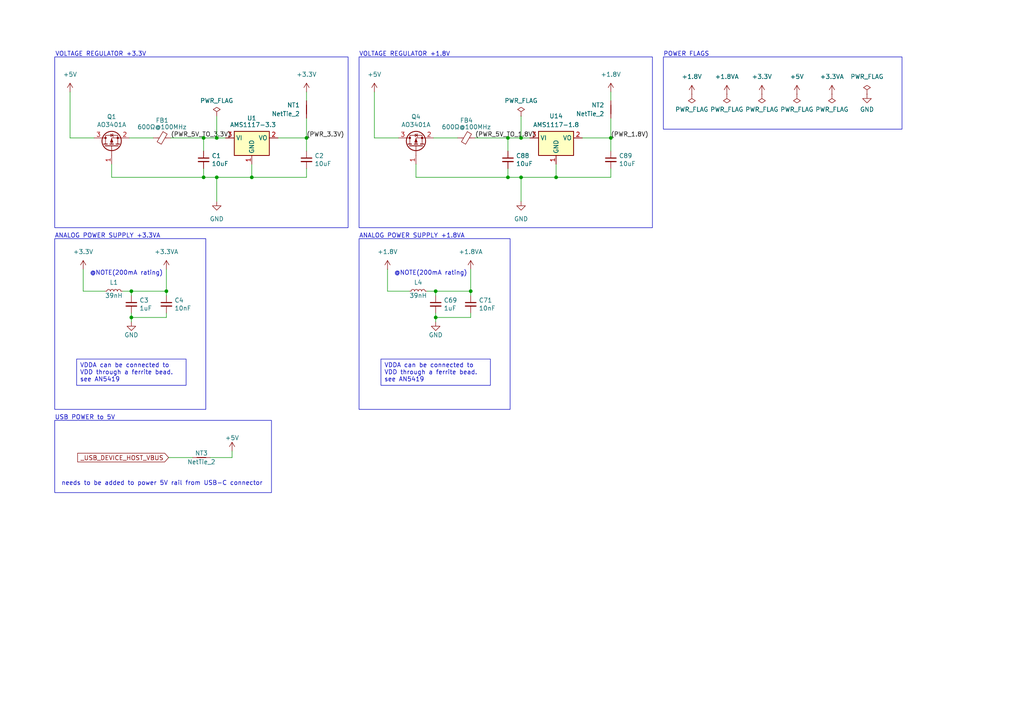
<source format=kicad_sch>
(kicad_sch (version 20231120) (generator "eeschema") (generator_version "8.0")
  (paper "A4")
  (lib_symbols
    (symbol "+3.3VA_3" (power) (pin_names (offset 0))
      (property "Value" "+3.3VA_3" (at 0 3.556 0))
      (symbol "+3.3VA_3_0_1"
        (polyline (pts (xy -0.762 1.27) (xy 0 2.54)))
        (polyline (pts (xy 0 0) (xy 0 2.54)))
        (polyline (pts (xy 0 2.54) (xy 0.762 1.27)))
      )
      (symbol "+3.3VA_3_1_1"
        (pin power_in line (at 0 0 90) (length 0) hide (name "+3.3VA") (number "1"))
      )
    )
    (symbol "+5V_1" (power) (pin_names (offset 0))
      (property "Value" "+5V_1" (at 0 3.556 0))
      (symbol "+5V_1_0_1"
        (polyline (pts (xy -0.762 1.27) (xy 0 2.54)))
        (polyline (pts (xy 0 0) (xy 0 2.54)))
        (polyline (pts (xy 0 2.54) (xy 0.762 1.27)))
      )
      (symbol "+5V_1_1_1"
        (pin power_in line (at 0 0 90) (length 0) hide (name "+5V") (number "1"))
      )
    )
    (symbol "Device:C_Small" (pin_numbers hide) (pin_names (offset 0.254) hide)
      (property "Reference" "C" (at 0.254 1.778 0))
      (property "Value" "C_Small" (at 0.254 -2.032 0))
      (symbol "C_Small_0_1"
        (polyline (pts (xy -1.524 -0.508) (xy 1.524 -0.508)) (stroke (width 0.3302)))
        (polyline (pts (xy -1.524 0.508) (xy 1.524 0.508)) (stroke (width 0.3048)))
      )
      (symbol "C_Small_1_1"
        (pin passive line (at 0 2.54 270) (length 2.032) (name "~") (number "1"))
        (pin passive line (at 0 -2.54 90) (length 2.032) (name "~") (number "2"))
      )
    )
    (symbol "Device:FerriteBead_Small" (pin_numbers hide) (pin_names (offset 0))
      (property "Reference" "FB" (at 1.905 1.27 0))
      (property "Value" "FerriteBead_Small" (at 1.905 -1.27 0))
      (symbol "FerriteBead_Small_0_1"
        (polyline (pts (xy 0 -1.27) (xy 0 -0.7874)))
        (polyline (pts (xy 0 0.889) (xy 0 1.2954)))
        (polyline (pts (xy -1.8288 0.2794) (xy -1.1176 1.4986) (xy 1.8288 -0.2032) (xy 1.1176 -1.4224) (xy -1.8288 0.2794)))
      )
      (symbol "FerriteBead_Small_1_1"
        (pin passive line (at 0 2.54 270) (length 1.27) (name "~") (number "1"))
        (pin passive line (at 0 -2.54 90) (length 1.27) (name "~") (number "2"))
      )
    )
    (symbol "Device:L_Small" (pin_numbers hide) (pin_names (offset 0.254) hide)
      (property "Reference" "L" (at 0.762 1.016 0))
      (property "Value" "L_Small" (at 0.762 -1.016 0))
      (symbol "L_Small_0_1"
        (arc (start 0 -2.032) (mid 0.5058 -1.524) (end 0 -1.016))
        (arc (start 0 -1.016) (mid 0.5058 -0.508) (end 0 0))
        (arc (start 0 0) (mid 0.5058 0.508) (end 0 1.016))
        (arc (start 0 1.016) (mid 0.5058 1.524) (end 0 2.032))
      )
      (symbol "L_Small_1_1"
        (pin passive line (at 0 2.54 270) (length 0.508) (name "~") (number "1"))
        (pin passive line (at 0 -2.54 90) (length 0.508) (name "~") (number "2"))
      )
    )
    (symbol "Device:NetTie_2" (pin_numbers hide) (pin_names (offset 0) hide) (in_bom no)
      (property "Reference" "NT" (at 0 1.27 0))
      (property "Value" "NetTie_2" (at 0 -1.27 0))
      (symbol "NetTie_2_0_1"
        (polyline (pts (xy -1.27 0) (xy 1.27 0)) (stroke (width 0.254)))
      )
      (symbol "NetTie_2_1_1"
        (pin passive line (at -2.54 0 0) (length 2.54) (name "1") (number "1"))
        (pin passive line (at 2.54 0 180) (length 2.54) (name "2") (number "2"))
      )
    )
    (symbol "Regulator_Linear:AMS1117-1.8"
      (property "Reference" "U" (at -3.81 3.175 0))
      (property "Value" "AMS1117-1.8" (at 0 3.175 0))
      (symbol "AMS1117-1.8_0_1"
        (rectangle (start -5.08 -5.08) (end 5.08 1.905) (stroke (width 0.254)) (fill (type background)))
      )
      (symbol "AMS1117-1.8_1_1"
        (pin power_in line (at 0 -7.62 90) (length 2.54) (name "GND") (number "1"))
        (pin power_out line (at 7.62 0 180) (length 2.54) (name "VO") (number "2"))
        (pin power_in line (at -7.62 0 0) (length 2.54) (name "VI") (number "3"))
      )
    )
    (symbol "Regulator_Linear:AMS1117-3.3"
      (property "Reference" "U" (at -3.81 3.175 0))
      (property "Value" "AMS1117-3.3" (at 0 3.175 0))
      (symbol "AMS1117-3.3_0_1"
        (rectangle (start -5.08 -5.08) (end 5.08 1.905) (stroke (width 0.254)) (fill (type background)))
      )
      (symbol "AMS1117-3.3_1_1"
        (pin power_in line (at 0 -7.62 90) (length 2.54) (name "GND") (number "1"))
        (pin power_out line (at 7.62 0 180) (length 2.54) (name "VO") (number "2"))
        (pin power_in line (at -7.62 0 0) (length 2.54) (name "VI") (number "3"))
      )
    )
    (symbol "Transistor_FET:AO3401A" (pin_names hide)
      (property "Reference" "Q" (at 5.08 1.905 0))
      (property "Value" "AO3401A" (at 5.08 0 0))
      (symbol "AO3401A_0_1"
        (polyline (pts (xy 0.254 0) (xy -2.54 0)))
        (polyline (pts (xy 0.254 1.905) (xy 0.254 -1.905)) (stroke (width 0.254)))
        (polyline (pts (xy 0.762 -1.27) (xy 0.762 -2.286)) (stroke (width 0.254)))
        (polyline (pts (xy 0.762 0.508) (xy 0.762 -0.508)) (stroke (width 0.254)))
        (polyline (pts (xy 0.762 2.286) (xy 0.762 1.27)) (stroke (width 0.254)))
        (polyline (pts (xy 2.54 2.54) (xy 2.54 1.778)))
        (polyline (pts (xy 2.54 -2.54) (xy 2.54 0) (xy 0.762 0)))
        (polyline (pts (xy 0.762 1.778) (xy 3.302 1.778) (xy 3.302 -1.778) (xy 0.762 -1.778)))
        (polyline (pts (xy 2.286 0) (xy 1.27 0.381) (xy 1.27 -0.381) (xy 2.286 0)) (fill (type outline)))
        (polyline (pts (xy 2.794 -0.508) (xy 2.921 -0.381) (xy 3.683 -0.381) (xy 3.81 -0.254)))
        (polyline (pts (xy 3.302 -0.381) (xy 2.921 0.254) (xy 3.683 0.254) (xy 3.302 -0.381)))
        (circle (center 1.651 0) (radius 2.794) (stroke (width 0.254)))
        (circle (center 2.54 -1.778) (radius 0.254) (fill (type outline)))
        (circle (center 2.54 1.778) (radius 0.254) (fill (type outline)))
      )
      (symbol "AO3401A_1_1"
        (pin input line (at -5.08 0 0) (length 2.54) (name "G") (number "1"))
        (pin passive line (at 2.54 -5.08 90) (length 2.54) (name "S") (number "2"))
        (pin passive line (at 2.54 5.08 270) (length 2.54) (name "D") (number "3"))
      )
    )
    (symbol "power:+1V8" (power) (pin_numbers hide) (pin_names (offset 0) hide)
      (property "Value" "+1V8" (at 0 3.556 0))
      (symbol "+1V8_0_1"
        (polyline (pts (xy -0.762 1.27) (xy 0 2.54)))
        (polyline (pts (xy 0 0) (xy 0 2.54)))
        (polyline (pts (xy 0 2.54) (xy 0.762 1.27)))
      )
      (symbol "+1V8_1_1"
        (pin power_in line (at 0 0 90) (length 0) (name "~") (number "1"))
      )
    )
    (symbol "power:+3.3V" (power) (pin_names (offset 0))
      (property "Value" "+3.3V" (at 0 3.556 0))
      (symbol "+3.3V_0_1"
        (polyline (pts (xy -0.762 1.27) (xy 0 2.54)))
        (polyline (pts (xy 0 0) (xy 0 2.54)))
        (polyline (pts (xy 0 2.54) (xy 0.762 1.27)))
      )
      (symbol "+3.3V_1_1"
        (pin power_in line (at 0 0 90) (length 0) hide (name "+3.3V") (number "1"))
      )
    )
    (symbol "power:+3.3VA" (power) (pin_names (offset 0))
      (property "Value" "+3.3VA" (at 0 3.556 0))
      (symbol "+3.3VA_0_1"
        (polyline (pts (xy -0.762 1.27) (xy 0 2.54)))
        (polyline (pts (xy 0 0) (xy 0 2.54)))
        (polyline (pts (xy 0 2.54) (xy 0.762 1.27)))
      )
      (symbol "+3.3VA_1_1"
        (pin power_in line (at 0 0 90) (length 0) hide (name "+3.3VA") (number "1"))
      )
    )
    (symbol "power:+5V" (power) (pin_names (offset 0))
      (property "Value" "+5V" (at 0 3.556 0))
      (symbol "+5V_0_1"
        (polyline (pts (xy -0.762 1.27) (xy 0 2.54)))
        (polyline (pts (xy 0 0) (xy 0 2.54)))
        (polyline (pts (xy 0 2.54) (xy 0.762 1.27)))
      )
      (symbol "+5V_1_1"
        (pin power_in line (at 0 0 90) (length 0) hide (name "+5V") (number "1"))
      )
    )
    (symbol "power:GND" (power) (pin_names (offset 0))
      (property "Value" "GND" (at 0 -3.81 0))
      (symbol "GND_0_1"
        (polyline (pts (xy 0 0) (xy 0 -1.27) (xy 1.27 -1.27) (xy 0 -2.54) (xy -1.27 -1.27) (xy 0 -1.27)))
      )
      (symbol "GND_1_1"
        (pin power_in line (at 0 0 270) (length 0) hide (name "GND") (number "1"))
      )
    )
    (symbol "power:PWR_FLAG" (power) (pin_numbers hide) (pin_names (offset 0) hide)
      (property "Value" "PWR_FLAG" (at 0 3.81 0))
      (symbol "PWR_FLAG_0_0"
        (pin power_out line (at 0 0 90) (length 0) (name "pwr") (number "1"))
      )
      (symbol "PWR_FLAG_0_1"
        (polyline (pts (xy 0 0) (xy 0 1.27) (xy -1.016 1.905) (xy 0 2.54) (xy 1.016 1.905) (xy 0 1.27)))
      )
    )
  )
  (junction (at 151.13 51.435))
  (junction (at 59.055 40.005))
  (junction (at 38.1 84.455))
  (junction (at 151.13 40.005))
  (junction (at 59.055 51.435))
  (junction (at 48.26 84.455))
  (junction (at 88.9 40.005))
  (junction (at 73.025 51.435))
  (junction (at 38.1 92.075))
  (junction (at 126.365 92.075))
  (junction (at 126.365 84.455))
  (junction (at 147.32 40.005))
  (junction (at 147.32 51.435))
  (junction (at 62.865 40.005))
  (junction (at 62.865 51.435))
  (junction (at 161.29 51.435))
  (junction (at 136.525 84.455))
  (junction (at 177.165 40.005))
  (wire (pts (xy 59.055 40.005) (xy 59.055 43.815)))
  (wire (pts (xy 126.365 90.805) (xy 126.365 92.075)))
  (wire (pts (xy 80.645 40.005) (xy 88.9 40.005)))
  (wire (pts (xy 73.025 47.625) (xy 73.025 51.435)))
  (wire (pts (xy 112.395 84.455) (xy 118.745 84.455)))
  (wire (pts (xy 37.465 40.005) (xy 44.45 40.005)))
  (wire (pts (xy 168.91 40.005) (xy 177.165 40.005)))
  (wire (pts (xy 161.29 47.625) (xy 161.29 51.435)))
  (wire (pts (xy 20.32 26.67) (xy 20.32 40.005)))
  (wire (pts (xy 48.26 78.105) (xy 48.26 84.455)))
  (wire (pts (xy 177.165 48.895) (xy 177.165 51.435)))
  (wire (pts (xy 147.32 40.005) (xy 151.13 40.005)))
  (wire (pts (xy 126.365 84.455) (xy 126.365 85.725)))
  (wire (pts (xy 147.32 51.435) (xy 151.13 51.435)))
  (wire (pts (xy 20.32 40.005) (xy 27.305 40.005)))
  (wire (pts (xy 151.13 40.005) (xy 153.67 40.005)))
  (wire (pts (xy 24.13 84.455) (xy 30.48 84.455)))
  (wire (pts (xy 136.525 92.075) (xy 126.365 92.075)))
  (wire (pts (xy 48.26 84.455) (xy 48.26 85.725)))
  (wire (pts (xy 88.9 48.895) (xy 88.9 51.435)))
  (wire (pts (xy 120.65 47.625) (xy 120.65 51.435)))
  (wire (pts (xy 136.525 84.455) (xy 136.525 85.725)))
  (wire (pts (xy 151.13 33.655) (xy 151.13 40.005)))
  (wire (pts (xy 62.865 51.435) (xy 73.025 51.435)))
  (wire (pts (xy 108.585 26.67) (xy 108.585 40.005)))
  (wire (pts (xy 48.26 92.075) (xy 38.1 92.075)))
  (wire (pts (xy 38.1 84.455) (xy 38.1 85.725)))
  (wire (pts (xy 38.1 90.805) (xy 38.1 92.075)))
  (wire (pts (xy 126.365 92.075) (xy 126.365 93.345)))
  (wire (pts (xy 32.385 47.625) (xy 32.385 51.435)))
  (wire (pts (xy 59.055 51.435) (xy 62.865 51.435)))
  (wire (pts (xy 108.585 40.005) (xy 115.57 40.005)))
  (wire (pts (xy 112.395 78.105) (xy 112.395 84.455)))
  (wire (pts (xy 136.525 78.105) (xy 136.525 84.455)))
  (wire (pts (xy 126.365 84.455) (xy 136.525 84.455)))
  (wire (pts (xy 125.73 40.005) (xy 132.715 40.005)))
  (wire (pts (xy 151.13 51.435) (xy 151.13 58.42)))
  (wire (pts (xy 151.13 51.435) (xy 161.29 51.435)))
  (wire (pts (xy 177.165 43.815) (xy 177.165 40.005)))
  (wire (pts (xy 35.56 84.455) (xy 38.1 84.455)))
  (wire (pts (xy 88.9 43.815) (xy 88.9 40.005)))
  (wire (pts (xy 32.385 51.435) (xy 59.055 51.435)))
  (wire (pts (xy 67.31 132.715) (xy 67.31 130.81)))
  (wire (pts (xy 161.29 51.435) (xy 177.165 51.435)))
  (wire (pts (xy 62.865 51.435) (xy 62.865 58.42)))
  (wire (pts (xy 60.96 132.715) (xy 67.31 132.715)))
  (wire (pts (xy 62.865 40.005) (xy 65.405 40.005)))
  (wire (pts (xy 120.65 51.435) (xy 147.32 51.435)))
  (wire (pts (xy 38.1 84.455) (xy 48.26 84.455)))
  (wire (pts (xy 38.1 92.075) (xy 38.1 93.345)))
  (wire (pts (xy 177.165 34.29) (xy 177.165 40.005)))
  (wire (pts (xy 48.26 90.805) (xy 48.26 92.075)))
  (wire (pts (xy 136.525 90.805) (xy 136.525 92.075)))
  (wire (pts (xy 137.795 40.005) (xy 147.32 40.005)))
  (wire (pts (xy 88.9 26.67) (xy 88.9 29.21)))
  (wire (pts (xy 59.055 48.895) (xy 59.055 51.435)))
  (wire (pts (xy 147.32 48.895) (xy 147.32 51.435)))
  (wire (pts (xy 24.13 78.105) (xy 24.13 84.455)))
  (wire (pts (xy 73.025 51.435) (xy 88.9 51.435)))
  (wire (pts (xy 123.825 84.455) (xy 126.365 84.455)))
  (wire (pts (xy 62.865 33.655) (xy 62.865 40.005)))
  (wire (pts (xy 59.055 40.005) (xy 62.865 40.005)))
  (wire (pts (xy 88.9 34.29) (xy 88.9 40.005)))
  (wire (pts (xy 177.165 26.67) (xy 177.165 29.21)))
  (wire (pts (xy 147.32 40.005) (xy 147.32 43.815)))
  (wire (pts (xy 48.895 132.715) (xy 55.88 132.715)))
  (wire (pts (xy 49.53 40.005) (xy 59.055 40.005)))
  (rectangle (start 15.875 16.51) (end 100.965 66.04))
  (rectangle (start 15.875 69.215) (end 59.69 118.745))
  (rectangle (start 192.405 16.51) (end 261.62 37.465))
  (rectangle (start 15.875 121.92) (end 78.74 142.875))
  (rectangle (start 104.14 69.215) (end 147.955 118.745))
  (rectangle (start 104.14 16.51) (end 189.23 66.04))
  (text_box "VDDA can be connected to VDD through a ferrite bead. see AN5419" (at 22.225 104.14 0) (size 31.75 7.62) (effects (font (size 1.27 1.27)) (justify left top)))
  (text_box "VDDA can be connected to VDD through a ferrite bead. see AN5419" (at 110.49 104.14 0) (size 31.75 7.62) (effects (font (size 1.27 1.27)) (justify left top)))
  (text "ANALOG POWER SUPPLY +1.8VA" (at 104.14 69.215 0) (effects (font (size 1.27 1.27)) (justify left bottom)))
  (text "USB POWER to 5V" (at 15.875 121.92 0) (effects (font (size 1.27 1.27)) (justify left bottom)))
  (text "@NOTE(200mA rating)" (at 114.3 80.01 0) (effects (font (size 1.27 1.27)) (justify left bottom)))
  (text "ANALOG POWER SUPPLY +3.3VA" (at 15.875 69.215 0) (effects (font (size 1.27 1.27)) (justify left bottom)))
  (text "@NOTE(200mA rating)" (at 26.035 80.01 0) (effects (font (size 1.27 1.27)) (justify left bottom)))
  (text "POWER FLAGS" (at 192.405 16.51 0) (effects (font (size 1.27 1.27)) (justify left bottom)))
  (text "VOLTAGE REGULATOR +3.3V" (at 16.002 16.51 0) (effects (font (size 1.27 1.27)) (justify left bottom)))
  (text "needs to be added to power 5V rail from USB-C connector" (at 17.78 140.97 0) (effects (font (size 1.27 1.27)) (justify left bottom)))
  (text "VOLTAGE REGULATOR +1.8V" (at 104.14 16.51 0) (effects (font (size 1.27 1.27)) (justify left bottom)))
  (label "(PWR_5V_TO_3.3V)" (at 49.53 40.005 0))
  (label "(PWR_1.8V)" (at 177.165 40.005 0))
  (label "(PWR_3.3V)" (at 88.9 40.005 0))
  (label "(PWR_5V_TO_1.8V)" (at 137.795 40.005 0))
  (global_label "_USB_DEVICE_HOST_VBUS" (shape input) (at 48.895 132.715 180) (property "Intersheetrefs" "${INTERSHEET_REFS}" (effects (hide yes))))
  (symbol (lib_id "power:PWR_FLAG") (at 231.14 27.305 180) (unit 1)
    (property "Reference" "#FLG02" (effects (hide yes)))
    (property "Value" "PWR_FLAG" (at 231.14 31.75 0))
  )
  (symbol (lib_id "power:+3.3V") (at 88.9 26.67 0) (unit 1)
    (property "Reference" "#PWR011" (effects (hide yes)))
    (property "Value" "+3.3V" (at 88.9 21.59 0))
  )
  (symbol (lib_id "Device:C_Small") (at 88.9 46.355 0) (unit 1)
    (property "Reference" "C2" (at 91.2368 45.1866 0) (effects (justify left)))
    (property "Value" "10uF" (at 91.2368 47.498 0) (effects (justify left)))
    (property "Footprint" "Capacitor_SMD:C_0805_2012Metric" (effects (hide yes)))
    (property "Description" "25V" (effects (hide yes)))
    (property "JLCPCB" "C15850" (effects (hide yes)))
  )
  (symbol (lib_id "power:+1V8") (at 200.66 27.305 0) (unit 1)
    (property "Reference" "#PWR097" (effects (hide yes)))
    (property "Value" "+1.8V" (at 200.66 22.225 0))
    (property "Description" "Power symbol creates a global label with name \"+1V8\"" (effects (hide yes)))
  )
  (symbol (lib_id "Device:FerriteBead_Small") (at 46.99 40.005 270) (unit 1)
    (property "Reference" "FB1" (at 47.0281 34.925 90))
    (property "Value" "600Ω@100MHz" (at 46.99 36.83 90))
    (property "Footprint" "Inductor_SMD:L_1206_3216Metric" (effects (hide yes)))
    (property "JLCPCB" "C73732" (effects (hide yes)))
  )
  (symbol (lib_id "Device:NetTie_2") (at 58.42 132.715 0) (mirror x) (unit 1) (in_bom no)
    (property "Reference" "NT3" (at 58.42 131.445 0))
    (property "Value" "NetTie_2" (at 58.42 133.985 0))
    (property "Footprint" "NetTie:NetTie-2_SMD_Pad2.0mm" (effects (hide yes)))
    (property "JLCPCB" "DNF" (effects (hide yes)))
  )
  (symbol (lib_name "+5V_1") (lib_id "power:+5V") (at 20.32 26.67 0) (unit 1)
    (property "Reference" "#PWR05" (effects (hide yes)))
    (property "Value" "+5V" (at 20.32 21.59 0))
  )
  (symbol (lib_id "Device:C_Small") (at 48.26 88.265 0) (unit 1)
    (property "Reference" "C4" (at 50.5968 87.0966 0) (effects (justify left)))
    (property "Value" "10nF" (at 50.5968 89.408 0) (effects (justify left)))
    (property "Footprint" "Capacitor_SMD:C_0805_2012Metric" (effects (hide yes)))
    (property "Description" "50V" (effects (hide yes)))
    (property "JLCPCB" "C1710" (effects (hide yes)))
  )
  (symbol (lib_id "power:PWR_FLAG") (at 251.46 27.305 0) (unit 1)
    (property "Reference" "#FLG04" (effects (hide yes)))
    (property "Value" "PWR_FLAG" (at 251.46 22.225 0))
  )
  (symbol (lib_id "Device:C_Small") (at 38.1 88.265 0) (unit 1)
    (property "Reference" "C3" (at 40.4368 87.0966 0) (effects (justify left)))
    (property "Value" "1uF" (at 40.4368 89.408 0) (effects (justify left)))
    (property "Footprint" "Capacitor_SMD:C_0805_2012Metric" (effects (hide yes)))
    (property "Description" "50V" (effects (hide yes)))
    (property "JLCPCB" "C28323" (effects (hide yes)))
  )
  (symbol (lib_id "power:PWR_FLAG") (at 220.98 27.305 180) (unit 1)
    (property "Reference" "#FLG01" (effects (hide yes)))
    (property "Value" "PWR_FLAG" (at 220.98 31.75 0))
  )
  (symbol (lib_id "power:GND") (at 251.46 27.305 0) (unit 1)
    (property "Reference" "#PWR09" (effects (hide yes)))
    (property "Value" "GND" (at 251.46 31.75 0))
  )
  (symbol (lib_id "power:PWR_FLAG") (at 241.3 27.305 180) (unit 1)
    (property "Reference" "#FLG03" (effects (hide yes)))
    (property "Value" "PWR_FLAG" (at 241.3 31.75 0))
  )
  (symbol (lib_id "power:PWR_FLAG") (at 210.82 27.305 180) (unit 1)
    (property "Reference" "#FLG09" (effects (hide yes)))
    (property "Value" "PWR_FLAG" (at 210.82 31.75 0))
  )
  (symbol (lib_id "power:GND") (at 151.13 58.42 0) (unit 1)
    (property "Reference" "#PWR0105" (effects (hide yes)))
    (property "Value" "GND" (at 151.13 63.5 0))
  )
  (symbol (lib_id "power:+3.3V") (at 24.13 78.105 0) (unit 1)
    (property "Reference" "#PWR012" (effects (hide yes)))
    (property "Value" "+3.3V" (at 24.13 73.025 0))
  )
  (symbol (lib_id "power:PWR_FLAG") (at 62.865 33.655 0) (unit 1)
    (property "Reference" "#FLG05" (effects (hide yes)))
    (property "Value" "PWR_FLAG" (at 62.865 29.21 0))
  )
  (symbol (lib_id "power:+3.3V") (at 220.98 27.305 0) (unit 1)
    (property "Reference" "#PWR06" (effects (hide yes)))
    (property "Value" "+3.3V" (at 220.98 22.225 0))
  )
  (symbol (lib_name "+5V_1") (lib_id "power:+5V") (at 108.585 26.67 0) (unit 1)
    (property "Reference" "#PWR0102" (effects (hide yes)))
    (property "Value" "+5V" (at 108.585 21.59 0))
  )
  (symbol (lib_id "power:GND") (at 38.1 93.345 0) (unit 1)
    (property "Reference" "#PWR013" (effects (hide yes)))
    (property "Value" "GND" (at 38.1 97.155 0))
  )
  (symbol (lib_id "power:+5V") (at 67.31 130.81 0) (unit 1)
    (property "Reference" "#PWR049" (effects (hide yes)))
    (property "Value" "+5V" (at 67.31 127 0))
  )
  (symbol (lib_id "power:GND") (at 62.865 58.42 0) (unit 1)
    (property "Reference" "#PWR010" (effects (hide yes)))
    (property "Value" "GND" (at 62.865 63.5 0))
  )
  (symbol (lib_id "Device:C_Small") (at 136.525 88.265 0) (unit 1)
    (property "Reference" "C71" (at 138.8618 87.0966 0) (effects (justify left)))
    (property "Value" "10nF" (at 138.8618 89.408 0) (effects (justify left)))
    (property "Footprint" "Capacitor_SMD:C_0805_2012Metric" (effects (hide yes)))
    (property "Description" "50V" (effects (hide yes)))
    (property "JLCPCB" "C1710" (effects (hide yes)))
  )
  (symbol (lib_id "power:+3.3VA") (at 241.3 27.305 0) (mirror y) (unit 1)
    (property "Reference" "#PWR08" (effects (hide yes)))
    (property "Value" "+3.3VA" (at 241.3 22.225 0))
  )
  (symbol (lib_id "power:+1V8") (at 177.165 26.67 0) (unit 1)
    (property "Reference" "#PWR096" (effects (hide yes)))
    (property "Value" "+1.8V" (at 177.165 21.59 0))
    (property "Description" "Power symbol creates a global label with name \"+1V8\"" (effects (hide yes)))
  )
  (symbol (lib_id "Device:C_Small") (at 126.365 88.265 0) (unit 1)
    (property "Reference" "C69" (at 128.7018 87.0966 0) (effects (justify left)))
    (property "Value" "1uF" (at 128.7018 89.408 0) (effects (justify left)))
    (property "Footprint" "Capacitor_SMD:C_0805_2012Metric" (effects (hide yes)))
    (property "Description" "50V" (effects (hide yes)))
    (property "JLCPCB" "C28323" (effects (hide yes)))
  )
  (symbol (lib_id "Device:NetTie_2") (at 177.165 31.75 90) (mirror x) (unit 1) (in_bom no)
    (property "Reference" "NT2" (at 175.26 30.48 90) (effects (justify left)))
    (property "Value" "NetTie_2" (at 175.26 33.02 90) (effects (justify left)))
    (property "Footprint" "NetTie:NetTie-2_SMD_Pad2.0mm" (effects (hide yes)))
    (property "JLCPCB" "DNF" (effects (hide yes)))
  )
  (symbol (lib_id "Device:L_Small") (at 33.02 84.455 90) (unit 1)
    (property "Reference" "L1" (at 33.02 81.915 90))
    (property "Value" "39nH" (at 33.02 85.725 90))
    (property "Footprint" "Inductor_SMD:L_0402_1005Metric" (effects (hide yes)))
    (property "Description" "200mA" (effects (hide yes)))
    (property "JLCPCB" "C26443" (effects (hide yes)))
  )
  (symbol (lib_id "Device:C_Small") (at 59.055 46.355 0) (unit 1)
    (property "Reference" "C1" (at 61.3918 45.1866 0) (effects (justify left)))
    (property "Value" "10uF" (at 61.3918 47.498 0) (effects (justify left)))
    (property "Footprint" "Capacitor_SMD:C_0805_2012Metric" (effects (hide yes)))
    (property "Description" "25V" (effects (hide yes)))
    (property "JLCPCB" "C15850" (effects (hide yes)))
  )
  (symbol (lib_id "Transistor_FET:AO3401A") (at 32.385 42.545 90) (unit 1)
    (property "Reference" "Q1" (at 32.385 33.8582 90))
    (property "Value" "AO3401A" (at 32.385 36.1696 90))
    (property "Footprint" "Package_TO_SOT_SMD:SOT-23" (effects (hide yes)))
    (property "Datasheet" "http://www.aosmd.com/pdfs/datasheet/AO3401A.pdf" (effects (hide yes)))
    (property "JLCPCB" "C15127" (effects (hide yes)))
  )
  (symbol (lib_id "power:PWR_FLAG") (at 200.66 27.305 180) (unit 1)
    (property "Reference" "#FLG08" (effects (hide yes)))
    (property "Value" "PWR_FLAG" (at 200.66 31.75 0))
  )
  (symbol (lib_id "power:GND") (at 126.365 93.345 0) (unit 1)
    (property "Reference" "#PWR0107" (effects (hide yes)))
    (property "Value" "GND" (at 126.365 97.155 0))
  )
  (symbol (lib_name "+5V_1") (lib_id "power:+5V") (at 231.14 27.305 0) (unit 1)
    (property "Reference" "#PWR07" (effects (hide yes)))
    (property "Value" "+5V" (at 231.14 22.225 0))
  )
  (symbol (lib_id "Transistor_FET:AO3401A") (at 120.65 42.545 90) (unit 1)
    (property "Reference" "Q4" (at 120.65 33.8582 90))
    (property "Value" "AO3401A" (at 120.65 36.1696 90))
    (property "Footprint" "Package_TO_SOT_SMD:SOT-23" (effects (hide yes)))
    (property "Datasheet" "http://www.aosmd.com/pdfs/datasheet/AO3401A.pdf" (effects (hide yes)))
    (property "JLCPCB" "C15127" (effects (hide yes)))
  )
  (symbol (lib_id "Regulator_Linear:AMS1117-1.8") (at 161.29 40.005 0) (unit 1)
    (property "Reference" "U14" (at 161.29 33.655 0))
    (property "Value" "AMS1117-1.8" (at 161.29 36.195 0))
    (property "Footprint" "Package_TO_SOT_SMD:SOT-223-3_TabPin2" (effects (hide yes)))
    (property "Datasheet" "http://www.advanced-monolithic.com/pdf/ds1117.pdf" (effects (hide yes)))
    (property "Description" "1A Low Dropout regulator, positive, 1.8V fixed output, SOT-223" (effects (hide yes)))
    (property "JLCPCB" "C6185" (effects (hide yes)))
  )
  (symbol (lib_name "+3.3VA_3") (lib_id "power:+3.3VA") (at 48.26 78.105 0) (unit 1)
    (property "Reference" "#PWR014" (effects (hide yes)))
    (property "Value" "+3.3VA" (at 48.26 73.025 0))
  )
  (symbol (lib_id "power:+1V8") (at 136.525 78.105 0) (unit 1)
    (property "Reference" "#PWR0108" (effects (hide yes)))
    (property "Value" "+1.8VA" (at 136.525 73.025 0))
    (property "Description" "Power symbol creates a global label with name \"+1V8\"" (effects (hide yes)))
  )
  (symbol (lib_id "Regulator_Linear:AMS1117-3.3") (at 73.025 40.005 0) (unit 1)
    (property "Reference" "U1" (at 73.025 34.29 0))
    (property "Value" "AMS1117-3.3" (at 66.675 36.195 0) (effects (justify left)))
    (property "Footprint" "Package_TO_SOT_SMD:SOT-223-3_TabPin2" (effects (hide yes)))
    (property "Datasheet" "http://www.advanced-monolithic.com/pdf/ds1117.pdf" (effects (hide yes)))
    (property "JLCPCB" "C6186" (effects (hide yes)))
  )
  (symbol (lib_id "Device:C_Small") (at 147.32 46.355 0) (unit 1)
    (property "Reference" "C88" (at 149.6568 45.1866 0) (effects (justify left)))
    (property "Value" "10uF" (at 149.6568 47.498 0) (effects (justify left)))
    (property "Footprint" "Capacitor_SMD:C_0805_2012Metric" (effects (hide yes)))
    (property "Description" "25V" (effects (hide yes)))
    (property "JLCPCB" "C15850" (effects (hide yes)))
  )
  (symbol (lib_id "power:+1V8") (at 112.395 78.105 0) (unit 1)
    (property "Reference" "#PWR098" (effects (hide yes)))
    (property "Value" "+1.8V" (at 112.395 73.025 0))
    (property "Description" "Power symbol creates a global label with name \"+1V8\"" (effects (hide yes)))
  )
  (symbol (lib_id "Device:C_Small") (at 177.165 46.355 0) (unit 1)
    (property "Reference" "C89" (at 179.5018 45.1866 0) (effects (justify left)))
    (property "Value" "10uF" (at 179.5018 47.498 0) (effects (justify left)))
    (property "Footprint" "Capacitor_SMD:C_0805_2012Metric" (effects (hide yes)))
    (property "Description" "25V" (effects (hide yes)))
    (property "JLCPCB" "C15850" (effects (hide yes)))
  )
  (symbol (lib_id "Device:FerriteBead_Small") (at 135.255 40.005 270) (unit 1)
    (property "Reference" "FB4" (at 135.2931 34.925 90))
    (property "Value" "600Ω@100MHz" (at 135.255 36.83 90))
    (property "Footprint" "Inductor_SMD:L_1206_3216Metric" (effects (hide yes)))
    (property "JLCPCB" "C73732" (effects (hide yes)))
  )
  (symbol (lib_id "power:+1V8") (at 210.82 27.305 0) (unit 1)
    (property "Reference" "#PWR0111" (effects (hide yes)))
    (property "Value" "+1.8VA" (at 210.82 22.225 0))
    (property "Description" "Power symbol creates a global label with name \"+1V8\"" (effects (hide yes)))
  )
  (symbol (lib_id "Device:L_Small") (at 121.285 84.455 90) (unit 1)
    (property "Reference" "L4" (at 121.285 81.915 90))
    (property "Value" "39nH" (at 121.285 85.725 90))
    (property "Footprint" "Inductor_SMD:L_0402_1005Metric" (effects (hide yes)))
    (property "Description" "200mA" (effects (hide yes)))
    (property "JLCPCB" "C26443" (effects (hide yes)))
  )
  (symbol (lib_id "Device:NetTie_2") (at 88.9 31.75 90) (mirror x) (unit 1) (in_bom no)
    (property "Reference" "NT1" (at 86.995 30.48 90) (effects (justify left)))
    (property "Value" "NetTie_2" (at 86.995 33.02 90) (effects (justify left)))
    (property "Footprint" "NetTie:NetTie-2_SMD_Pad2.0mm" (effects (hide yes)))
    (property "JLCPCB" "DNF" (effects (hide yes)))
  )
  (symbol (lib_id "power:PWR_FLAG") (at 151.13 33.655 0) (unit 1)
    (property "Reference" "#FLG07" (effects (hide yes)))
    (property "Value" "PWR_FLAG" (at 151.13 29.21 0))
  )
)
</source>
